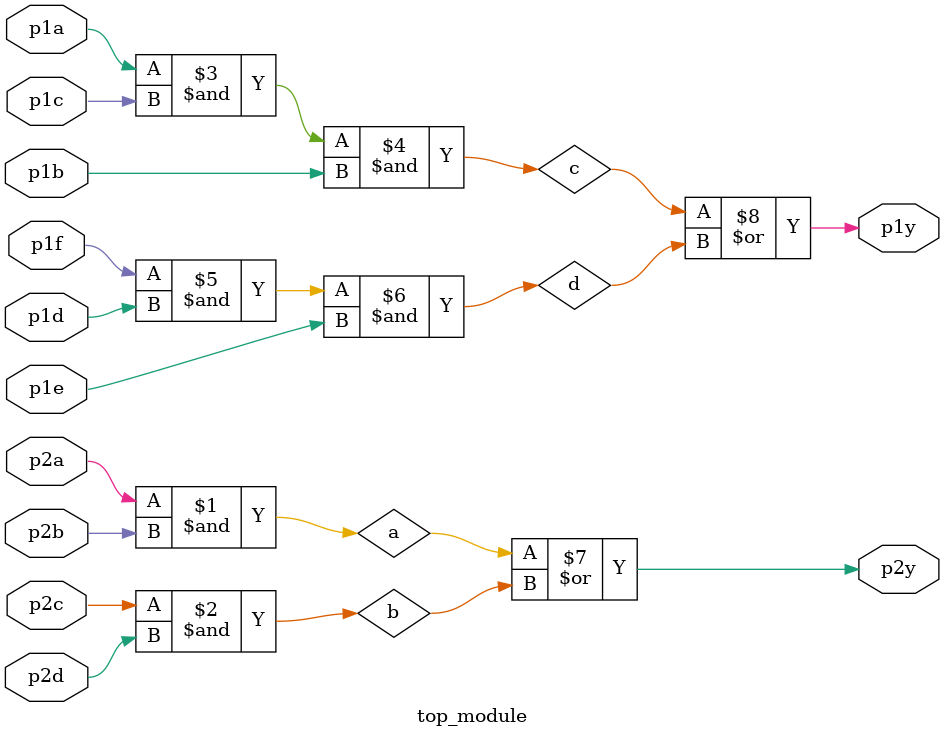
<source format=v>
module top_module ( 
    input p1a, p1b, p1c, p1d, p1e, p1f,
    output p1y,
    input p2a, p2b, p2c, p2d,
    output p2y );
    wire a,b,c,d;
    
    assign a= p2a & p2b;
    assign b= p2c & p2d;
    assign c= p1a & p1c & p1b;
    assign d= p1f & p1d & p1e;
    assign p2y= a | b;
    assign p1y= c | d;

endmodule

</source>
